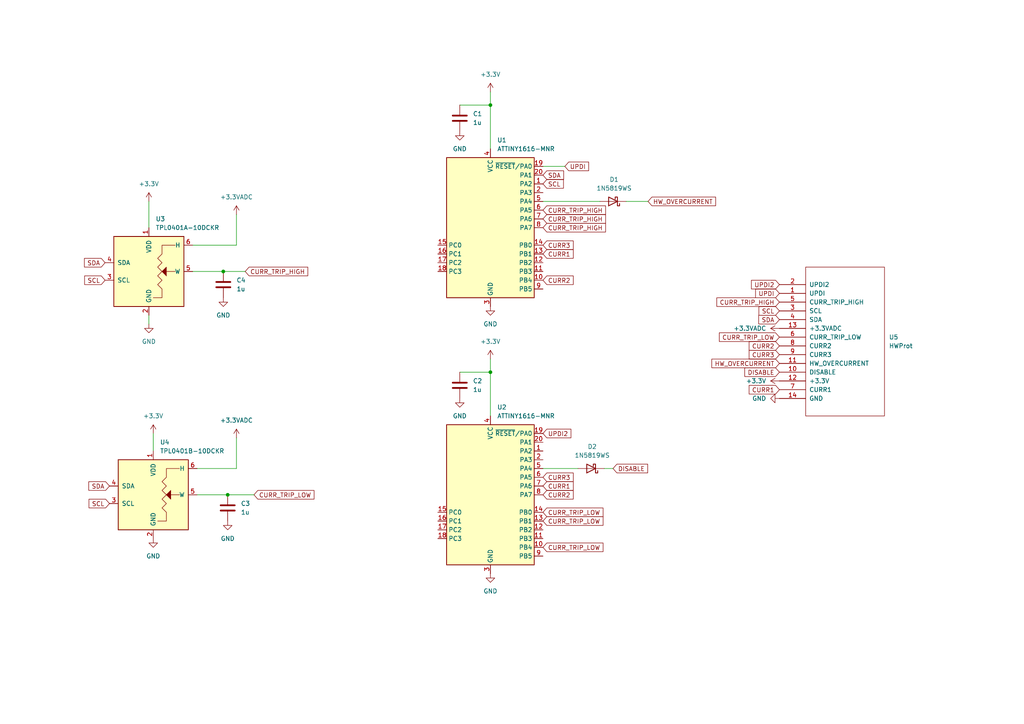
<source format=kicad_sch>
(kicad_sch (version 20230121) (generator eeschema)
  (paper "A4")
  (lib_symbols
    (symbol "Device:C" (pin_numbers hide) (pin_names (offset 0.254))
      (property "Reference" "C" (at 0.635 2.54 0))
      (property "Value" "C" (at 0.635 -2.54 0))
      (symbol "C_0_1"
        (polyline (pts (xy -2.032 -0.762) (xy 2.032 -0.762)) (stroke (width 0.508)))
        (polyline (pts (xy -2.032 0.762) (xy 2.032 0.762)) (stroke (width 0.508)))
      )
      (symbol "C_1_1"
        (pin passive line (at 0 3.81 270) (length 2.794) (name "~") (number "1"))
        (pin passive line (at 0 -3.81 90) (length 2.794) (name "~") (number "2"))
      )
    )
    (symbol "Device:D_Schottky" (pin_numbers hide) (pin_names (offset 1.016) hide)
      (property "Reference" "D" (at 0 2.54 0))
      (property "Value" "D_Schottky" (at 0 -2.54 0))
      (symbol "D_Schottky_0_1"
        (polyline (pts (xy 1.27 0) (xy -1.27 0)))
        (polyline (pts (xy 1.27 1.27) (xy 1.27 -1.27) (xy -1.27 0) (xy 1.27 1.27)) (stroke (width 0.254)))
        (polyline (pts (xy -1.905 0.635) (xy -1.905 1.27) (xy -1.27 1.27) (xy -1.27 -1.27) (xy -0.635 -1.27) (xy -0.635 -0.635)) (stroke (width 0.254)))
      )
      (symbol "D_Schottky_1_1"
        (pin passive line (at -3.81 0 0) (length 2.54) (name "K") (number "1"))
        (pin passive line (at 3.81 0 180) (length 2.54) (name "A") (number "2"))
      )
    )
    (symbol "GigaVescSymbols:HWProt" (pin_names (offset 1.016))
      (property "Reference" "U" (at 0 -22.86 0))
      (property "Value" "HWProt" (at 0 24.13 0))
      (symbol "HWProt_1_0"
        (rectangle (start -11.43 -21.59) (end 11.43 21.59))
      )
      (symbol "HWProt_1_1"
        (pin input line (at -19.05 13.97 0) (length 7.62) (name "UPDI") (number "1"))
        (pin input line (at -19.05 -8.89 0) (length 7.62) (name "DISABLE") (number "10"))
        (pin input line (at -19.05 -6.35 0) (length 7.62) (name "HW_OVERCURRENT") (number "11"))
        (pin input line (at -19.05 -11.43 0) (length 7.62) (name "+3.3V") (number "12"))
        (pin input line (at -19.05 3.81 0) (length 7.62) (name "+3.3VADC") (number "13"))
        (pin input line (at -19.05 -16.51 0) (length 7.62) (name "GND") (number "14"))
        (pin input line (at -19.05 16.51 0) (length 7.62) (name "UPDI2") (number "2"))
        (pin input line (at -19.05 8.89 0) (length 7.62) (name "SCL") (number "3"))
        (pin input line (at -19.05 6.35 0) (length 7.62) (name "SDA") (number "4"))
        (pin input line (at -19.05 11.43 0) (length 7.62) (name "CURR_TRIP_HIGH") (number "5"))
        (pin input line (at -19.05 1.27 0) (length 7.62) (name "CURR_TRIP_LOW") (number "6"))
        (pin input line (at -19.05 -13.97 0) (length 7.62) (name "CURR1") (number "7"))
        (pin input line (at -19.05 -1.27 0) (length 7.62) (name "CURR2") (number "8"))
        (pin input line (at -19.05 -3.81 0) (length 7.62) (name "CURR3") (number "9"))
      )
    )
    (symbol "MCU_Microchip_ATtiny:ATtiny1616-M"
      (property "Reference" "U" (at -12.7 21.59 0))
      (property "Value" "ATtiny1616-M" (at 2.54 -21.59 0))
      (symbol "ATtiny1616-M_0_1"
        (rectangle (start -12.7 -20.32) (end 12.7 20.32) (stroke (width 0.254)) (fill (type background)))
      )
      (symbol "ATtiny1616-M_1_1"
        (pin bidirectional line (at 15.24 12.7 180) (length 2.54) (name "PA2") (number "1"))
        (pin bidirectional line (at 15.24 -15.24 180) (length 2.54) (name "PB4") (number "10"))
        (pin bidirectional line (at 15.24 -12.7 180) (length 2.54) (name "PB3") (number "11"))
        (pin bidirectional line (at 15.24 -10.16 180) (length 2.54) (name "PB2") (number "12"))
        (pin bidirectional line (at 15.24 -7.62 180) (length 2.54) (name "PB1") (number "13"))
        (pin bidirectional line (at 15.24 -5.08 180) (length 2.54) (name "PB0") (number "14"))
        (pin bidirectional line (at -15.24 -5.08 0) (length 2.54) (name "PC0") (number "15"))
        (pin bidirectional line (at -15.24 -7.62 0) (length 2.54) (name "PC1") (number "16"))
        (pin bidirectional line (at -15.24 -10.16 0) (length 2.54) (name "PC2") (number "17"))
        (pin bidirectional line (at -15.24 -12.7 0) (length 2.54) (name "PC3") (number "18"))
        (pin bidirectional line (at 15.24 17.78 180) (length 2.54) (name "~{RESET}/PA0") (number "19"))
        (pin bidirectional line (at 15.24 10.16 180) (length 2.54) (name "PA3") (number "2"))
        (pin bidirectional line (at 15.24 15.24 180) (length 2.54) (name "PA1") (number "20"))
        (pin passive line (at 0 -22.86 90) (length 2.54) hide (name "GND") (number "21"))
        (pin power_in line (at 0 -22.86 90) (length 2.54) (name "GND") (number "3"))
        (pin power_in line (at 0 22.86 270) (length 2.54) (name "VCC") (number "4"))
        (pin bidirectional line (at 15.24 7.62 180) (length 2.54) (name "PA4") (number "5"))
        (pin bidirectional line (at 15.24 5.08 180) (length 2.54) (name "PA5") (number "6"))
        (pin bidirectional line (at 15.24 2.54 180) (length 2.54) (name "PA6") (number "7"))
        (pin bidirectional line (at 15.24 0 180) (length 2.54) (name "PA7") (number "8"))
        (pin bidirectional line (at 15.24 -17.78 180) (length 2.54) (name "PB5") (number "9"))
      )
    )
    (symbol "Potentiometer_Digital:TPL0401A-10-Q1" (pin_names (offset 1.016))
      (property "Reference" "U" (at -10.16 11.43 0))
      (property "Value" "TPL0401A-10-Q1" (at 1.27 11.43 0))
      (symbol "TPL0401A-10-Q1_0_1"
        (polyline (pts (xy 7.62 0) (xy 5.08 0)))
        (polyline (pts (xy 5.08 -1.27) (xy 5.08 1.27) (xy 3.81 0) (xy 5.08 -1.27) (xy 5.08 -1.27)) (fill (type outline)))
        (polyline (pts (xy 7.62 7.62) (xy 3.81 7.62) (xy 3.81 5.08) (xy 2.54 3.81) (xy 3.81 2.54) (xy 2.54 1.27) (xy 3.81 0) (xy 2.54 -1.27) (xy 3.81 -2.54) (xy 2.54 -3.81) (xy 3.81 -5.08) (xy 3.81 -7.62) (xy 1.27 -7.62)))
      )
      (symbol "TPL0401A-10-Q1_1_1"
        (rectangle (start -10.16 10.16) (end 10.16 -10.16) (stroke (width 0.254)) (fill (type background)))
        (pin power_in line (at 0 12.7 270) (length 2.54) (name "VDD") (number "1"))
        (pin power_in line (at 0 -12.7 90) (length 2.54) (name "GND") (number "2"))
        (pin input line (at -12.7 -2.54 0) (length 2.54) (name "SCL") (number "3"))
        (pin bidirectional line (at -12.7 2.54 0) (length 2.54) (name "SDA") (number "4"))
        (pin passive line (at 12.7 0 180) (length 2.54) (name "W") (number "5"))
        (pin passive line (at 12.7 7.62 180) (length 2.54) (name "H") (number "6"))
      )
    )
    (symbol "Potentiometer_Digital:TPL0401B-10-Q1" (pin_names (offset 1.016))
      (property "Reference" "U" (at -10.16 11.43 0))
      (property "Value" "TPL0401B-10-Q1" (at 1.27 11.43 0))
      (symbol "TPL0401B-10-Q1_0_1"
        (polyline (pts (xy 7.62 0) (xy 5.08 0)))
        (polyline (pts (xy 5.08 -1.27) (xy 5.08 1.27) (xy 3.81 0) (xy 5.08 -1.27) (xy 5.08 -1.27)) (fill (type outline)))
        (polyline (pts (xy 7.62 7.62) (xy 3.81 7.62) (xy 3.81 5.08) (xy 2.54 3.81) (xy 3.81 2.54) (xy 2.54 1.27) (xy 3.81 0) (xy 2.54 -1.27) (xy 3.81 -2.54) (xy 2.54 -3.81) (xy 3.81 -5.08) (xy 3.81 -7.62) (xy 1.27 -7.62)))
      )
      (symbol "TPL0401B-10-Q1_1_1"
        (rectangle (start -10.16 10.16) (end 10.16 -10.16) (stroke (width 0.254)) (fill (type background)))
        (pin power_in line (at 0 12.7 270) (length 2.54) (name "VDD") (number "1"))
        (pin power_in line (at 0 -12.7 90) (length 2.54) (name "GND") (number "2"))
        (pin input line (at -12.7 -2.54 0) (length 2.54) (name "SCL") (number "3"))
        (pin bidirectional line (at -12.7 2.54 0) (length 2.54) (name "SDA") (number "4"))
        (pin passive line (at 12.7 0 180) (length 2.54) (name "W") (number "5"))
        (pin passive line (at 12.7 7.62 180) (length 2.54) (name "H") (number "6"))
      )
    )
    (symbol "power:+3.3V" (power) (pin_names (offset 0))
      (property "Value" "+3.3V" (at 0 3.556 0))
      (symbol "+3.3V_0_1"
        (polyline (pts (xy -0.762 1.27) (xy 0 2.54)))
        (polyline (pts (xy 0 0) (xy 0 2.54)))
        (polyline (pts (xy 0 2.54) (xy 0.762 1.27)))
      )
      (symbol "+3.3V_1_1"
        (pin power_in line (at 0 0 90) (length 0) hide (name "+3.3V") (number "1"))
      )
    )
    (symbol "power:+3.3VADC" (power) (pin_names (offset 0))
      (property "Value" "+3.3VADC" (at 0 2.54 0))
      (symbol "+3.3VADC_0_0"
        (pin power_in line (at 0 0 90) (length 0) hide (name "+3.3VADC") (number "1"))
      )
      (symbol "+3.3VADC_0_1"
        (polyline (pts (xy -0.762 1.27) (xy 0 2.54)))
        (polyline (pts (xy 0 0) (xy 0 2.54)))
        (polyline (pts (xy 0 2.54) (xy 0.762 1.27)))
      )
    )
    (symbol "power:GND" (power) (pin_names (offset 0))
      (property "Value" "GND" (at 0 -3.81 0))
      (symbol "GND_0_1"
        (polyline (pts (xy 0 0) (xy 0 -1.27) (xy 1.27 -1.27) (xy 0 -2.54) (xy -1.27 -1.27) (xy 0 -1.27)))
      )
      (symbol "GND_1_1"
        (pin power_in line (at 0 0 270) (length 0) hide (name "GND") (number "1"))
      )
    )
  )
  (junction (at 64.77 78.74))
  (junction (at 66.04 143.51))
  (junction (at 142.24 107.95))
  (junction (at 142.24 30.48))
  (wire (pts (xy 142.24 120.65) (xy 142.24 107.95)))
  (wire (pts (xy 64.77 78.74) (xy 71.12 78.74)))
  (wire (pts (xy 133.35 107.95) (xy 142.24 107.95)))
  (wire (pts (xy 57.15 143.51) (xy 66.04 143.51)))
  (wire (pts (xy 142.24 104.14) (xy 142.24 107.95)))
  (wire (pts (xy 157.48 48.26) (xy 163.83 48.26)))
  (wire (pts (xy 157.48 135.89) (xy 167.64 135.89)))
  (wire (pts (xy 43.18 91.44) (xy 43.18 93.98)))
  (wire (pts (xy 66.04 143.51) (xy 73.66 143.51)))
  (wire (pts (xy 43.18 58.42) (xy 43.18 66.04)))
  (wire (pts (xy 44.45 125.73) (xy 44.45 130.81)))
  (wire (pts (xy 55.88 78.74) (xy 64.77 78.74)))
  (wire (pts (xy 181.61 58.42) (xy 187.96 58.42)))
  (wire (pts (xy 68.58 62.23) (xy 68.58 71.12)))
  (wire (pts (xy 133.35 30.48) (xy 142.24 30.48)))
  (wire (pts (xy 142.24 30.48) (xy 142.24 43.18)))
  (wire (pts (xy 175.26 135.89) (xy 177.8 135.89)))
  (wire (pts (xy 68.58 71.12) (xy 55.88 71.12)))
  (wire (pts (xy 68.58 135.89) (xy 57.15 135.89)))
  (wire (pts (xy 142.24 26.67) (xy 142.24 30.48)))
  (wire (pts (xy 157.48 58.42) (xy 173.99 58.42)))
  (wire (pts (xy 68.58 127) (xy 68.58 135.89)))
  (global_label "CURR_TRIP_LOW" (shape input) (at 157.48 151.13 0) (property "Intersheetrefs" "${INTERSHEET_REFS}" (effects hide)))
  (global_label "HW_OVERCURRENT" (shape input) (at 187.96 58.42 0) (property "Intersheetrefs" "${INTERSHEET_REFS}" (effects hide)))
  (global_label "UPDI2" (shape input) (at 226.06 82.55 180) (property "Intersheetrefs" "${INTERSHEET_REFS}" (effects hide)))
  (global_label "DISABLE" (shape input) (at 226.06 107.95 180) (property "Intersheetrefs" "${INTERSHEET_REFS}" (effects hide)))
  (global_label "UPDI2" (shape input) (at 157.48 125.73 0) (property "Intersheetrefs" "${INTERSHEET_REFS}" (effects hide)))
  (global_label "SDA" (shape input) (at 30.48 76.2 180) (property "Intersheetrefs" "${INTERSHEET_REFS}" (effects hide)))
  (global_label "CURR_TRIP_LOW" (shape input) (at 73.66 143.51 0) (property "Intersheetrefs" "${INTERSHEET_REFS}" (effects hide)))
  (global_label "CURR_TRIP_HIGH" (shape input) (at 157.48 66.04 0) (property "Intersheetrefs" "${INTERSHEET_REFS}" (effects hide)))
  (global_label "SDA" (shape input) (at 157.48 50.8 0) (property "Intersheetrefs" "${INTERSHEET_REFS}" (effects hide)))
  (global_label "SDA" (shape input) (at 31.75 140.97 180) (property "Intersheetrefs" "${INTERSHEET_REFS}" (effects hide)))
  (global_label "CURR1" (shape input) (at 157.48 73.66 0) (property "Intersheetrefs" "${INTERSHEET_REFS}" (effects hide)))
  (global_label "UPDI" (shape input) (at 226.06 85.09 180) (property "Intersheetrefs" "${INTERSHEET_REFS}" (effects hide)))
  (global_label "CURR3" (shape input) (at 157.48 138.43 0) (property "Intersheetrefs" "${INTERSHEET_REFS}" (effects hide)))
  (global_label "CURR3" (shape input) (at 157.48 71.12 0) (property "Intersheetrefs" "${INTERSHEET_REFS}" (effects hide)))
  (global_label "CURR3" (shape input) (at 226.06 102.87 180) (property "Intersheetrefs" "${INTERSHEET_REFS}" (effects hide)))
  (global_label "SDA" (shape input) (at 226.06 92.71 180) (property "Intersheetrefs" "${INTERSHEET_REFS}" (effects hide)))
  (global_label "CURR1" (shape input) (at 157.48 140.97 0) (property "Intersheetrefs" "${INTERSHEET_REFS}" (effects hide)))
  (global_label "UPDI" (shape input) (at 163.83 48.26 0) (property "Intersheetrefs" "${INTERSHEET_REFS}" (effects hide)))
  (global_label "DISABLE" (shape input) (at 177.8 135.89 0) (property "Intersheetrefs" "${INTERSHEET_REFS}" (effects hide)))
  (global_label "CURR_TRIP_HIGH" (shape input) (at 226.06 87.63 180) (property "Intersheetrefs" "${INTERSHEET_REFS}" (effects hide)))
  (global_label "CURR2" (shape input) (at 157.48 81.28 0) (property "Intersheetrefs" "${INTERSHEET_REFS}" (effects hide)))
  (global_label "CURR_TRIP_LOW" (shape input) (at 226.06 97.79 180) (property "Intersheetrefs" "${INTERSHEET_REFS}" (effects hide)))
  (global_label "CURR2" (shape input) (at 226.06 100.33 180) (property "Intersheetrefs" "${INTERSHEET_REFS}" (effects hide)))
  (global_label "SCL" (shape input) (at 30.48 81.28 180) (property "Intersheetrefs" "${INTERSHEET_REFS}" (effects hide)))
  (global_label "CURR_TRIP_HIGH" (shape input) (at 157.48 60.96 0) (property "Intersheetrefs" "${INTERSHEET_REFS}" (effects hide)))
  (global_label "CURR_TRIP_LOW" (shape input) (at 157.48 148.59 0) (property "Intersheetrefs" "${INTERSHEET_REFS}" (effects hide)))
  (global_label "CURR_TRIP_HIGH" (shape input) (at 71.12 78.74 0) (property "Intersheetrefs" "${INTERSHEET_REFS}" (effects hide)))
  (global_label "CURR1" (shape input) (at 226.06 113.03 180) (property "Intersheetrefs" "${INTERSHEET_REFS}" (effects hide)))
  (global_label "SCL" (shape input) (at 157.48 53.34 0) (property "Intersheetrefs" "${INTERSHEET_REFS}" (effects hide)))
  (global_label "SCL" (shape input) (at 31.75 146.05 180) (property "Intersheetrefs" "${INTERSHEET_REFS}" (effects hide)))
  (global_label "CURR2" (shape input) (at 157.48 143.51 0) (property "Intersheetrefs" "${INTERSHEET_REFS}" (effects hide)))
  (global_label "CURR_TRIP_HIGH" (shape input) (at 157.48 63.5 0) (property "Intersheetrefs" "${INTERSHEET_REFS}" (effects hide)))
  (global_label "CURR_TRIP_LOW" (shape input) (at 157.48 158.75 0) (property "Intersheetrefs" "${INTERSHEET_REFS}" (effects hide)))
  (global_label "HW_OVERCURRENT" (shape input) (at 226.06 105.41 180) (property "Intersheetrefs" "${INTERSHEET_REFS}" (effects hide)))
  (global_label "SCL" (shape input) (at 226.06 90.17 180) (property "Intersheetrefs" "${INTERSHEET_REFS}" (effects hide)))
  (symbol (lib_id "power:GND") (at 64.77 86.36 0) (unit 1)
    (property "Reference" "#PWR08" (effects hide))
    (property "Value" "GND" (at 64.77 91.44 0))
  )
  (symbol (lib_id "Device:C") (at 133.35 111.76 0) (unit 1)
    (property "Reference" "C2" (at 137.16 110.49 0) (effects (justify left)))
    (property "Value" "1u" (at 137.16 113.03 0) (effects (justify left)))
    (property "Footprint" "Capacitor_SMD:C_0402_1005Metric" (effects hide))
    (property "MPN" "C52923" (effects hide))
  )
  (symbol (lib_id "power:GND") (at 142.24 88.9 0) (unit 1)
    (property "Reference" "#PWR04" (effects hide))
    (property "Value" "GND" (at 142.24 93.98 0))
  )
  (symbol (lib_id "power:+3.3V") (at 44.45 125.73 0) (unit 1)
    (property "Reference" "#PWR011" (effects hide))
    (property "Value" "+3.3V" (at 44.45 120.65 0))
  )
  (symbol (lib_id "power:+3.3V") (at 142.24 104.14 0) (unit 1)
    (property "Reference" "#PWR06" (effects hide))
    (property "Value" "+3.3V" (at 142.24 99.06 0))
  )
  (symbol (lib_id "power:GND") (at 43.18 93.98 0) (unit 1)
    (property "Reference" "#PWR07" (effects hide))
    (property "Value" "GND" (at 43.18 99.06 0))
  )
  (symbol (lib_id "power:GND") (at 142.24 166.37 0) (unit 1)
    (property "Reference" "#PWR05" (effects hide))
    (property "Value" "GND" (at 142.24 171.45 0))
  )
  (symbol (lib_id "Device:C") (at 64.77 82.55 0) (unit 1)
    (property "Reference" "C4" (at 68.58 81.28 0) (effects (justify left)))
    (property "Value" "1u" (at 68.58 83.82 0) (effects (justify left)))
    (property "Footprint" "Capacitor_SMD:C_0402_1005Metric" (effects hide))
    (property "MPN" "C52923" (effects hide))
  )
  (symbol (lib_id "MCU_Microchip_ATtiny:ATtiny1616-M") (at 142.24 143.51 0) (unit 1)
    (property "Reference" "U2" (at 144.1959 118.11 0) (effects (justify left)))
    (property "Value" "ATTINY1616-MNR" (at 144.1959 120.65 0) (effects (justify left)))
    (property "Footprint" "Package_DFN_QFN:VQFN-20-1EP_3x3mm_P0.4mm_EP1.7x1.7mm" (effects hide))
    (property "Datasheet" "http://ww1.microchip.com/downloads/en/DeviceDoc/ATtiny3216_ATtiny1616-data-sheet-40001997B.pdf" (effects hide))
    (property "MPN" "C507118" (effects hide))
    (property "JLCRotOffset" "-90" (effects hide))
  )
  (symbol (lib_id "power:GND") (at 133.35 38.1 0) (unit 1)
    (property "Reference" "#PWR01" (effects hide))
    (property "Value" "GND" (at 133.35 43.18 0))
  )
  (symbol (lib_id "Device:C") (at 66.04 147.32 0) (unit 1)
    (property "Reference" "C3" (at 69.85 146.05 0) (effects (justify left)))
    (property "Value" "1u" (at 69.85 148.59 0) (effects (justify left)))
    (property "Footprint" "Capacitor_SMD:C_0402_1005Metric" (effects hide))
    (property "MPN" "C52923" (effects hide))
  )
  (symbol (lib_id "Potentiometer_Digital:TPL0401A-10-Q1") (at 43.18 78.74 0) (unit 1)
    (property "Reference" "U3" (at 45.1359 63.5 0) (effects (justify left)))
    (property "Value" "TPL0401A-10DCKR" (at 45.1359 66.04 0) (effects (justify left)))
    (property "Footprint" "Package_TO_SOT_SMD:Texas_R-PDSO-G6" (effects hide))
    (property "Datasheet" "http://www.ti.com/lit/ds/symlink/tpl0401a-10-q1.pdf" (effects hide))
    (property "MPN" "C485973" (effects hide))
    (property "JLCRotOffset" "-90" (effects hide))
  )
  (symbol (lib_id "MCU_Microchip_ATtiny:ATtiny1616-M") (at 142.24 66.04 0) (unit 1)
    (property "Reference" "U1" (at 144.1959 40.64 0) (effects (justify left)))
    (property "Value" "ATTINY1616-MNR" (at 144.1959 43.18 0) (effects (justify left)))
    (property "Footprint" "Package_DFN_QFN:VQFN-20-1EP_3x3mm_P0.4mm_EP1.7x1.7mm" (effects hide))
    (property "Datasheet" "http://ww1.microchip.com/downloads/en/DeviceDoc/ATtiny3216_ATtiny1616-data-sheet-40001997B.pdf" (effects hide))
    (property "MPN" "C507118" (effects hide))
    (property "JLCRotOffset" "-90" (effects hide))
  )
  (symbol (lib_id "power:+3.3VADC") (at 226.06 95.25 90) (unit 1)
    (property "Reference" "#PWR016" (effects hide))
    (property "Value" "+3.3VADC" (at 222.25 95.25 90) (effects (justify left)))
  )
  (symbol (lib_id "Device:C") (at 133.35 34.29 0) (unit 1)
    (property "Reference" "C1" (at 137.16 33.02 0) (effects (justify left)))
    (property "Value" "1u" (at 137.16 35.56 0) (effects (justify left)))
    (property "Footprint" "Capacitor_SMD:C_0402_1005Metric" (effects hide))
    (property "MPN" "C52923" (effects hide))
  )
  (symbol (lib_id "Potentiometer_Digital:TPL0401B-10-Q1") (at 44.45 143.51 0) (unit 1)
    (property "Reference" "U4" (at 46.4059 128.27 0) (effects (justify left)))
    (property "Value" "TPL0401B-10DCKR" (at 46.4059 130.81 0) (effects (justify left)))
    (property "Footprint" "Package_TO_SOT_SMD:Texas_R-PDSO-G6" (effects hide))
    (property "Datasheet" "http://www.ti.com/lit/ds/symlink/tpl0401a-10-q1.pdf" (effects hide))
    (property "MPN" "C2666599" (effects hide))
    (property "JLCRotOffset" "-180" (effects hide))
  )
  (symbol (lib_id "power:+3.3VADC") (at 68.58 62.23 0) (unit 1)
    (property "Reference" "#PWR014" (effects hide))
    (property "Value" "+3.3VADC" (at 68.58 57.15 0))
  )
  (symbol (lib_id "power:+3.3V") (at 43.18 58.42 0) (unit 1)
    (property "Reference" "#PWR012" (effects hide))
    (property "Value" "+3.3V" (at 43.18 53.34 0))
  )
  (symbol (lib_id "GigaVescSymbols:HWProt") (at 245.11 99.06 0) (unit 1)
    (property "Reference" "U5" (at 257.81 97.79 0) (effects (justify left)))
    (property "Value" "HWProt" (at 257.81 100.33 0) (effects (justify left)))
    (property "Datasheet" "DOCUMENTATION" (effects hide))
  )
  (symbol (lib_id "power:+3.3V") (at 142.24 26.67 0) (unit 1)
    (property "Reference" "#PWR03" (effects hide))
    (property "Value" "+3.3V" (at 142.24 21.59 0))
  )
  (symbol (lib_id "Device:D_Schottky") (at 171.45 135.89 180) (unit 1)
    (property "Reference" "D2" (at 171.7675 129.54 0))
    (property "Value" "1N5819WS" (at 171.7675 132.08 0))
    (property "Footprint" "Diode_SMD:D_SOD-323" (effects hide))
    (property "MPN" "C191023" (effects hide))
  )
  (symbol (lib_id "power:GND") (at 44.45 156.21 0) (unit 1)
    (property "Reference" "#PWR010" (effects hide))
    (property "Value" "GND" (at 44.45 161.29 0))
  )
  (symbol (lib_id "power:+3.3VADC") (at 68.58 127 0) (unit 1)
    (property "Reference" "#PWR013" (effects hide))
    (property "Value" "+3.3VADC" (at 68.58 121.92 0))
  )
  (symbol (lib_id "power:GND") (at 133.35 115.57 0) (unit 1)
    (property "Reference" "#PWR02" (effects hide))
    (property "Value" "GND" (at 133.35 120.65 0))
  )
  (symbol (lib_id "power:GND") (at 226.06 115.57 270) (unit 1)
    (property "Reference" "#PWR017" (effects hide))
    (property "Value" "GND" (at 222.25 115.57 90) (effects (justify right)))
  )
  (symbol (lib_id "power:+3.3V") (at 226.06 110.49 90) (unit 1)
    (property "Reference" "#PWR015" (effects hide))
    (property "Value" "+3.3V" (at 222.25 110.49 90) (effects (justify left)))
  )
  (symbol (lib_id "Device:D_Schottky") (at 177.8 58.42 180) (unit 1)
    (property "Reference" "D1" (at 178.1175 52.07 0))
    (property "Value" "1N5819WS" (at 178.1175 54.61 0))
    (property "Footprint" "Diode_SMD:D_SOD-323" (effects hide))
    (property "MPN" "C191023" (effects hide))
  )
  (symbol (lib_id "power:GND") (at 66.04 151.13 0) (unit 1)
    (property "Reference" "#PWR09" (effects hide))
    (property "Value" "GND" (at 66.04 156.21 0))
  )
)
</source>
